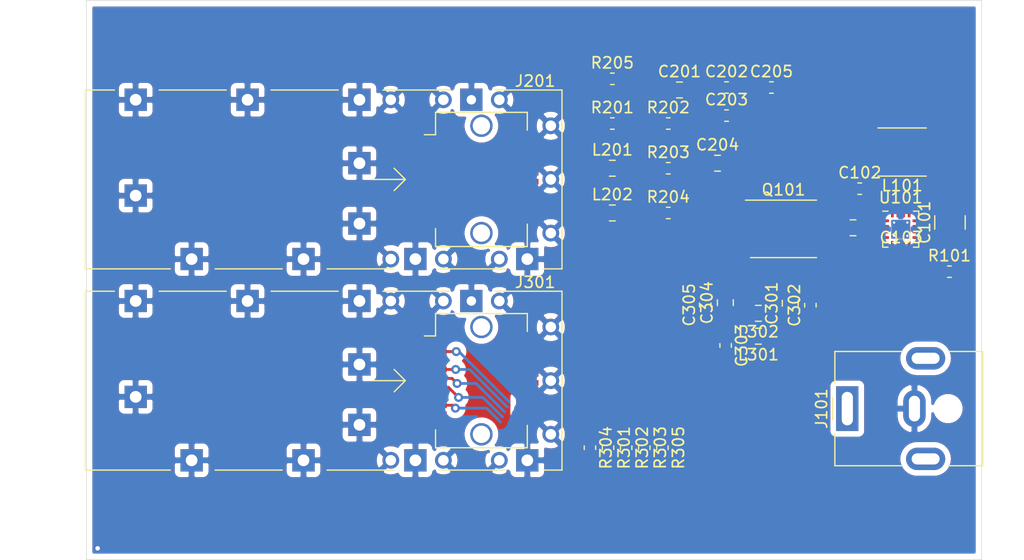
<source format=kicad_pcb>
(kicad_pcb (version 20171130) (host pcbnew 5.1.6)
  (layers (0 F.Cu signal) (31 B.Cu signal) (34 B.Paste user) (35 F.Paste user) (36 B.SilkS user) (37 F.SilkS user) (38 B.Mask user) (39 F.Mask user) (44 Edge.Cuts user))
  (net 0 "")
  (net 1 GND)
  (net 2 /sfp_module_1/RX-)
  (net 3 /sfp_module_1/RX+)
  (net 4 /sfp_module_2/VCC_T)
  (net 5 /sfp_module_2/VCC_R)
  (net 6 /sfp_module_2/RX+)
  (net 7 /sfp_module_2/RX-)
  (net 8 /sfp_module_2/RX_LOS)
  (net 9 /sfp_module_2/TX_FAULT)
  (net 10 /sfp_module_1/VCC_T)
  (net 11 /sfp_module_1/VCC_R)
  (net 12 /sfp_module_1/RX_LOS)
  (net 13 /sfp_module_1/TX_FAULT)
  (net 14 +3V3)
  (net 15 "Net-(C101-Pad1)")
  (net 16 "Net-(C102-Pad1)")
  (net 17 "Net-(J101-Pad1)")
  (net 18 "Net-(J201-Pad7)")
  (net 19 "Net-(J201-Pad6)")
  (net 20 "Net-(J201-Pad5)")
  (net 21 "Net-(J201-Pad4)")
  (net 22 "Net-(J201-Pad3)")
  (net 23 "Net-(J301-Pad7)")
  (net 24 "Net-(J301-Pad6)")
  (net 25 "Net-(J301-Pad5)")
  (net 26 "Net-(J301-Pad4)")
  (net 27 "Net-(J301-Pad3)")
  (net 28 "Net-(L101-Pad1)")
  (net 29 "Net-(R101-Pad2)")
  (module Capacitor_SMD:C_0603_1608Metric (layer F.Cu) (at 235.3 127.225 90)
    (fp_text reference C305 (at 0 -1.43 90) (layer F.SilkS))
    (fp_text value 100nF)
    (fp_line (start -0.162779 0.51) (end 0.162779 0.51) (layer F.SilkS) (width 0.12))
    (fp_line (start -0.162779 -0.51) (end 0.162779 -0.51) (layer F.SilkS) (width 0.12))
    (pad 2 smd roundrect (at 0.7875 0 90) (size 0.875 0.95) (layers F.Cu F.Paste F.Mask) (net 1 GND))
    (pad 1 smd roundrect (at -0.7875 0 90) (size 0.875 0.95) (layers F.Cu F.Paste F.Mask) (net 11 /sfp_module_1/VCC_R))
  )
  (module Capacitor_SMD:C_0805_2012Metric (layer F.Cu) (at 237.1 127.025 90)
    (fp_text reference C304 (at 0 -1.65 90) (layer F.SilkS))
    (fp_text value 10uF)
    (fp_line (start -0.258578 0.71) (end 0.258578 0.71) (layer F.SilkS) (width 0.12))
    (fp_line (start -0.258578 -0.71) (end 0.258578 -0.71) (layer F.SilkS) (width 0.12))
    (pad 2 smd roundrect (at 0.9375 0 90) (size 0.975 1.4) (layers F.Cu F.Paste F.Mask) (net 1 GND))
    (pad 1 smd roundrect (at -0.9375 0 90) (size 0.975 1.4) (layers F.Cu F.Paste F.Mask) (net 11 /sfp_module_1/VCC_R))
  )
  (module Capacitor_SMD:C_0603_1608Metric (layer F.Cu) (at 237.125 130.85 270)
    (fp_text reference C303 (at 0 -1.43 90) (layer F.SilkS))
    (fp_text value 100nF)
    (fp_line (start -0.162779 0.51) (end 0.162779 0.51) (layer F.SilkS) (width 0.12))
    (fp_line (start -0.162779 -0.51) (end 0.162779 -0.51) (layer F.SilkS) (width 0.12))
    (pad 2 smd roundrect (at 0.7875 0 270) (size 0.875 0.95) (layers F.Cu F.Paste F.Mask) (net 1 GND))
    (pad 1 smd roundrect (at -0.7875 0 270) (size 0.875 0.95) (layers F.Cu F.Paste F.Mask) (net 10 /sfp_module_1/VCC_T))
  )
  (module Capacitor_SMD:C_0603_1608Metric (layer F.Cu) (at 244.7 127.25 90)
    (fp_text reference C302 (at 0 -1.43 90) (layer F.SilkS))
    (fp_text value 100nF)
    (fp_line (start -0.162779 0.51) (end 0.162779 0.51) (layer F.SilkS) (width 0.12))
    (fp_line (start -0.162779 -0.51) (end 0.162779 -0.51) (layer F.SilkS) (width 0.12))
    (pad 2 smd roundrect (at 0.7875 0 90) (size 0.875 0.95) (layers F.Cu F.Paste F.Mask) (net 1 GND))
    (pad 1 smd roundrect (at -0.7875 0 90) (size 0.875 0.95) (layers F.Cu F.Paste F.Mask) (net 14 +3V3))
  )
  (module Capacitor_SMD:C_0805_2012Metric (layer F.Cu) (at 242.9 127.075 90)
    (fp_text reference C301 (at 0 -1.65 90) (layer F.SilkS))
    (fp_text value 10uF)
    (fp_line (start -0.258578 0.71) (end 0.258578 0.71) (layer F.SilkS) (width 0.12))
    (fp_line (start -0.258578 -0.71) (end 0.258578 -0.71) (layer F.SilkS) (width 0.12))
    (pad 2 smd roundrect (at 0.9375 0 90) (size 0.975 1.4) (layers F.Cu F.Paste F.Mask) (net 1 GND))
    (pad 1 smd roundrect (at -0.9375 0 90) (size 0.975 1.4) (layers F.Cu F.Paste F.Mask) (net 14 +3V3))
  )
  (module Capacitor_SMD:C_0603_1608Metric (layer F.Cu) (at 241.22 107.78)
    (fp_text reference C205 (at 0 -1.43) (layer F.SilkS))
    (fp_text value 100nF)
    (fp_line (start -0.162779 0.51) (end 0.162779 0.51) (layer F.SilkS) (width 0.12))
    (fp_line (start -0.162779 -0.51) (end 0.162779 -0.51) (layer F.SilkS) (width 0.12))
    (pad 2 smd roundrect (at 0.7875 0) (size 0.875 0.95) (layers F.Cu F.Paste F.Mask) (net 1 GND))
    (pad 1 smd roundrect (at -0.7875 0) (size 0.875 0.95) (layers F.Cu F.Paste F.Mask) (net 5 /sfp_module_2/VCC_R))
  )
  (module Capacitor_SMD:C_0805_2012Metric (layer F.Cu) (at 236.4 114.55)
    (fp_text reference C204 (at 0 -1.65) (layer F.SilkS))
    (fp_text value 10uF)
    (fp_line (start -0.258578 0.71) (end 0.258578 0.71) (layer F.SilkS) (width 0.12))
    (fp_line (start -0.258578 -0.71) (end 0.258578 -0.71) (layer F.SilkS) (width 0.12))
    (pad 2 smd roundrect (at 0.9375 0) (size 0.975 1.4) (layers F.Cu F.Paste F.Mask) (net 1 GND))
    (pad 1 smd roundrect (at -0.9375 0) (size 0.975 1.4) (layers F.Cu F.Paste F.Mask) (net 5 /sfp_module_2/VCC_R))
  )
  (module Capacitor_SMD:C_0603_1608Metric (layer F.Cu) (at 237.21 110.29)
    (fp_text reference C203 (at 0 -1.43) (layer F.SilkS))
    (fp_text value 100nF)
    (fp_line (start -0.162779 0.51) (end 0.162779 0.51) (layer F.SilkS) (width 0.12))
    (fp_line (start -0.162779 -0.51) (end 0.162779 -0.51) (layer F.SilkS) (width 0.12))
    (pad 2 smd roundrect (at 0.7875 0) (size 0.875 0.95) (layers F.Cu F.Paste F.Mask) (net 1 GND))
    (pad 1 smd roundrect (at -0.7875 0) (size 0.875 0.95) (layers F.Cu F.Paste F.Mask) (net 4 /sfp_module_2/VCC_T))
  )
  (module Capacitor_SMD:C_0603_1608Metric (layer F.Cu) (at 237.21 107.78)
    (fp_text reference C202 (at 0 -1.43) (layer F.SilkS))
    (fp_text value 100nF)
    (fp_line (start -0.162779 0.51) (end 0.162779 0.51) (layer F.SilkS) (width 0.12))
    (fp_line (start -0.162779 -0.51) (end 0.162779 -0.51) (layer F.SilkS) (width 0.12))
    (pad 2 smd roundrect (at 0.7875 0) (size 0.875 0.95) (layers F.Cu F.Paste F.Mask) (net 1 GND))
    (pad 1 smd roundrect (at -0.7875 0) (size 0.875 0.95) (layers F.Cu F.Paste F.Mask) (net 14 +3V3))
  )
  (module Capacitor_SMD:C_0805_2012Metric (layer F.Cu) (at 233 108)
    (fp_text reference C201 (at 0 -1.65) (layer F.SilkS))
    (fp_text value 10uF)
    (fp_line (start -0.258578 0.71) (end 0.258578 0.71) (layer F.SilkS) (width 0.12))
    (fp_line (start -0.258578 -0.71) (end 0.258578 -0.71) (layer F.SilkS) (width 0.12))
    (pad 2 smd roundrect (at 0.9375 0) (size 0.975 1.4) (layers F.Cu F.Paste F.Mask) (net 1 GND))
    (pad 1 smd roundrect (at -0.9375 0) (size 0.975 1.4) (layers F.Cu F.Paste F.Mask) (net 14 +3V3))
  )
  (module Connector_BarrelJack:BarrelJack_CUI_PJ-063AH_Horizontal (layer F.Cu) (at 248 136.5 90)
    (fp_text reference J101 (at 0 -2.3 90) (layer F.SilkS))
    (fp_text value Barrel_Jack)
    (fp_line (start -1 -1.3) (end 1 -1.3) (layer F.SilkS) (width 0.12))
    (fp_line (start -5.11 12.11) (end -5.11 9.05) (layer F.SilkS) (width 0.12))
    (fp_line (start 5.11 12.11) (end -5.11 12.11) (layer F.SilkS) (width 0.12))
    (fp_line (start 5.11 9.05) (end 5.11 12.11) (layer F.SilkS) (width 0.12))
    (fp_line (start 5.11 -1.11) (end 5.11 4.95) (layer F.SilkS) (width 0.12))
    (fp_line (start 2.3 -1.11) (end 5.11 -1.11) (layer F.SilkS) (width 0.12))
    (fp_line (start -5.11 -1.11) (end -2.3 -1.11) (layer F.SilkS) (width 0.12))
    (fp_line (start -5.11 4.95) (end -5.11 -1.11) (layer F.SilkS) (width 0.12))
    (pad "" np_thru_hole circle (at 0 9 90) (size 1.6 1.6) (drill 1.6) (layers *.Cu *.Mask))
    (pad MP thru_hole oval (at 4.5 7 90) (size 2 3.5) (drill oval 1 2.5) (layers *.Cu *.Mask))
    (pad MP thru_hole oval (at -4.5 7 90) (size 2 3.5) (drill oval 1 2.5) (layers *.Cu *.Mask))
    (pad 2 thru_hole oval (at 0 6 90) (size 3.3 2) (drill oval 2.3 1) (layers *.Cu *.Mask) (net 1 GND))
    (pad 1 thru_hole rect (at 0 0 90) (size 4 2) (drill oval 3 1) (layers *.Cu *.Mask) (net 17 "Net-(J101-Pad1)"))
  )
  (module Capacitor_SMD:C_0805_2012Metric (layer F.Cu) (at 248.5125 120.325)
    (fp_text reference C103 (at 4.3 0.87) (layer F.SilkS))
    (fp_text value 22uF)
    (fp_line (start -0.258578 0.71) (end 0.258578 0.71) (layer F.SilkS) (width 0.12))
    (fp_line (start -0.258578 -0.71) (end 0.258578 -0.71) (layer F.SilkS) (width 0.12))
    (pad 2 smd roundrect (at 0.9375 0) (size 0.975 1.4) (layers F.Cu F.Paste F.Mask) (net 1 GND))
    (pad 1 smd roundrect (at -0.9375 0) (size 0.975 1.4) (layers F.Cu F.Paste F.Mask) (net 14 +3V3))
  )
  (module Capacitor_SMD:C_0603_1608Metric (layer F.Cu) (at 249.11 116.825)
    (fp_text reference C102 (at 0 -1.43) (layer F.SilkS))
    (fp_text value 3.3nF)
    (fp_line (start -0.162779 0.51) (end 0.162779 0.51) (layer F.SilkS) (width 0.12))
    (fp_line (start -0.162779 -0.51) (end 0.162779 -0.51) (layer F.SilkS) (width 0.12))
    (pad 2 smd roundrect (at 0.7875 0) (size 0.875 0.95) (layers F.Cu F.Paste F.Mask) (net 1 GND))
    (pad 1 smd roundrect (at -0.7875 0) (size 0.875 0.95) (layers F.Cu F.Paste F.Mask) (net 16 "Net-(C102-Pad1)"))
  )
  (module Capacitor_SMD:C_1210_3225Metric (layer F.Cu) (at 257.175 119.85 90)
    (fp_text reference C101 (at 0 -2.28 90) (layer F.SilkS))
    (fp_text value 10uF)
    (fp_line (start -0.602064 1.36) (end 0.602064 1.36) (layer F.SilkS) (width 0.12))
    (fp_line (start -0.602064 -1.36) (end 0.602064 -1.36) (layer F.SilkS) (width 0.12))
    (pad 2 smd roundrect (at 1.4 0 90) (size 1.25 2.65) (layers F.Cu F.Paste F.Mask) (roundrect_rratio 0.2) (net 1 GND))
    (pad 1 smd roundrect (at -1.4 0 90) (size 1.25 2.65) (layers F.Cu F.Paste F.Mask) (roundrect_rratio 0.2) (net 15 "Net-(C101-Pad1)"))
  )
  (module Resistor_SMD:R_0603_1608Metric (layer F.Cu) (at 257.125 124.25)
    (fp_text reference R101 (at 0 -1.43) (layer F.SilkS))
    (fp_text value 100k)
    (fp_line (start -0.162779 0.51) (end 0.162779 0.51) (layer F.SilkS) (width 0.12))
    (fp_line (start -0.162779 -0.51) (end 0.162779 -0.51) (layer F.SilkS) (width 0.12))
    (pad 2 smd roundrect (at 0.7875 0) (size 0.875 0.95) (layers F.Cu F.Paste F.Mask) (net 29 "Net-(R101-Pad2)"))
    (pad 1 smd roundrect (at -0.7875 0) (size 0.875 0.95) (layers F.Cu F.Paste F.Mask) (net 14 +3V3))
  )
  (module Package_SO:PowerPAK_SO-8_Single (layer F.Cu) (at 242.3 120.425)
    (fp_text reference Q101 (at 0 -3.5) (layer F.SilkS))
    (fp_text value Q_PMOS_DGS)
    (fp_line (start -2.945 2.57) (end 2.945 2.57) (layer F.SilkS) (width 0.12))
    (fp_line (start -3.4 -2.57) (end 2.945 -2.57) (layer F.SilkS) (width 0.12))
    (pad 5 smd rect (at 0.69 0) (size 3.81 3.91) (layers F.Cu F.Paste F.Mask))
    (pad 5 smd rect (at 2.795 -1.905) (size 1.02 0.61) (layers F.Cu F.Paste F.Mask))
    (pad 5 smd rect (at 2.795 -0.635) (size 1.02 0.61) (layers F.Cu F.Paste F.Mask))
    (pad 5 smd rect (at 2.795 0.635) (size 1.02 0.61) (layers F.Cu F.Paste F.Mask))
    (pad 5 smd rect (at 2.795 1.905) (size 1.02 0.61) (layers F.Cu F.Paste F.Mask))
    (pad 4 smd rect (at -2.67 1.905) (size 1.27 0.61) (layers F.Cu F.Paste F.Mask))
    (pad 3 smd rect (at -2.67 0.635) (size 1.27 0.61) (layers F.Cu F.Paste F.Mask) (net 15 "Net-(C101-Pad1)"))
    (pad 2 smd rect (at -2.67 -0.635) (size 1.27 0.61) (layers F.Cu F.Paste F.Mask) (net 1 GND))
    (pad 1 smd rect (at -2.67 -1.905) (size 1.27 0.61) (layers F.Cu F.Paste F.Mask) (net 17 "Net-(J101-Pad1)"))
  )
  (module Inductor_SMD:L_0805_2012Metric (layer F.Cu) (at 240.05 127.975 180)
    (fp_text reference L302 (at 0 -1.65) (layer F.SilkS))
    (fp_text value 1uH)
    (fp_line (start -0.258578 0.71) (end 0.258578 0.71) (layer F.SilkS) (width 0.12))
    (fp_line (start -0.258578 -0.71) (end 0.258578 -0.71) (layer F.SilkS) (width 0.12))
    (pad 2 smd roundrect (at 0.9375 0 180) (size 0.975 1.4) (layers F.Cu F.Paste F.Mask) (net 11 /sfp_module_1/VCC_R))
    (pad 1 smd roundrect (at -0.9375 0 180) (size 0.975 1.4) (layers F.Cu F.Paste F.Mask) (net 14 +3V3))
  )
  (module Inductor_SMD:L_0805_2012Metric (layer F.Cu) (at 240.05 130.025 180)
    (fp_text reference L301 (at 0 -1.65) (layer F.SilkS))
    (fp_text value 1uH)
    (fp_line (start -0.258578 0.71) (end 0.258578 0.71) (layer F.SilkS) (width 0.12))
    (fp_line (start -0.258578 -0.71) (end 0.258578 -0.71) (layer F.SilkS) (width 0.12))
    (pad 2 smd roundrect (at 0.9375 0 180) (size 0.975 1.4) (layers F.Cu F.Paste F.Mask) (net 10 /sfp_module_1/VCC_T))
    (pad 1 smd roundrect (at -0.9375 0 180) (size 0.975 1.4) (layers F.Cu F.Paste F.Mask) (net 14 +3V3))
  )
  (module Inductor_SMD:L_0805_2012Metric (layer F.Cu) (at 227 119)
    (fp_text reference L202 (at 0 -1.65) (layer F.SilkS))
    (fp_text value 1uH)
    (fp_line (start -0.258578 0.71) (end 0.258578 0.71) (layer F.SilkS) (width 0.12))
    (fp_line (start -0.258578 -0.71) (end 0.258578 -0.71) (layer F.SilkS) (width 0.12))
    (pad 2 smd roundrect (at 0.9375 0) (size 0.975 1.4) (layers F.Cu F.Paste F.Mask) (net 5 /sfp_module_2/VCC_R))
    (pad 1 smd roundrect (at -0.9375 0) (size 0.975 1.4) (layers F.Cu F.Paste F.Mask) (net 14 +3V3))
  )
  (module Inductor_SMD:L_0805_2012Metric (layer F.Cu) (at 227 115)
    (fp_text reference L201 (at 0 -1.65) (layer F.SilkS))
    (fp_text value 1uH)
    (fp_line (start -0.258578 0.71) (end 0.258578 0.71) (layer F.SilkS) (width 0.12))
    (fp_line (start -0.258578 -0.71) (end 0.258578 -0.71) (layer F.SilkS) (width 0.12))
    (pad 2 smd roundrect (at 0.9375 0) (size 0.975 1.4) (layers F.Cu F.Paste F.Mask) (net 4 /sfp_module_2/VCC_T))
    (pad 1 smd roundrect (at -0.9375 0) (size 0.975 1.4) (layers F.Cu F.Paste F.Mask) (net 14 +3V3))
  )
  (module Connector:Connector_SFP_and_Cage (layer F.Cu) (at 221.5 134)
    (fp_text reference J301 (at -1.4 -8.8) (layer F.SilkS))
    (fp_text value SFP)
    (fp_line (start -10.3 4.4) (end -10.3 6) (layer F.SilkS) (width 0.12))
    (fp_line (start -2.1 4) (end -2.1 6) (layer F.SilkS) (width 0.12))
    (fp_line (start -2.1 -4.4) (end -2.1 -6) (layer F.SilkS) (width 0.12))
    (fp_line (start -10.3 -4) (end -11.3 -4) (layer F.SilkS) (width 0.12))
    (fp_line (start -10.3 -6) (end -10.3 -4) (layer F.SilkS) (width 0.12))
    (fp_line (start -2.1 -6) (end -10.3 -6) (layer F.SilkS) (width 0.12))
    (fp_line (start -2.1 6) (end -10.3 6) (layer F.SilkS) (width 0.12))
    (fp_line (start -9 -8) (end -15 -8) (layer F.SilkS) (width 0.12))
    (fp_line (start -13 0) (end -14 -1) (layer F.SilkS) (width 0.12))
    (fp_line (start -13 0) (end -14 1) (layer F.SilkS) (width 0.12))
    (fp_line (start -13 0) (end -16 0) (layer F.SilkS) (width 0.12))
    (fp_line (start -34 8) (end -41.6 8) (layer F.SilkS) (width 0.12))
    (fp_line (start -30 8) (end -24 8) (layer F.SilkS) (width 0.12))
    (fp_line (start -20 8) (end -14 8) (layer F.SilkS) (width 0.12))
    (fp_line (start -10 8) (end -4 8) (layer F.SilkS) (width 0.12))
    (fp_line (start 1 -8) (end -5 -8) (layer F.SilkS) (width 0.12))
    (fp_line (start 1 8) (end 1 -8) (layer F.SilkS) (width 0.12))
    (fp_line (start -0.7 8) (end 1 8) (layer F.SilkS) (width 0.12))
    (fp_line (start -19 -8) (end -25 -8) (layer F.SilkS) (width 0.12))
    (fp_line (start -29 -8) (end -35 -8) (layer F.SilkS) (width 0.12))
    (fp_line (start -39 -8) (end -41.6 -8) (layer F.SilkS) (width 0.12))
    (fp_line (start -41.6 8) (end -41.6 -8) (layer F.SilkS) (width 0.12))
    (pad CAGE thru_hole circle (at -9.6 7.125) (size 1.5 1.5) (drill 0.95) (layers *.Cu *.Mask) (net 1 GND))
    (pad CAGE thru_hole circle (at -14.3 7.125) (size 1.5 1.5) (drill 0.95) (layers *.Cu *.Mask) (net 1 GND))
    (pad CAGE thru_hole circle (at -14.3 -7.125) (size 1.5 1.5) (drill 0.95) (layers *.Cu *.Mask) (net 1 GND))
    (pad CAGE thru_hole circle (at -9.6 -7.125) (size 1.5 1.5) (drill 0.95) (layers *.Cu *.Mask) (net 1 GND))
    (pad CAGE thru_hole circle (at -4.6 -7.125) (size 1.5 1.5) (drill 0.95) (layers *.Cu *.Mask) (net 1 GND))
    (pad CAGE thru_hole circle (at -4.6 7.125) (size 1.5 1.5) (drill 0.95) (layers *.Cu *.Mask) (net 1 GND))
    (pad CAGE thru_hole rect (at -17.1 -1.45) (size 2 2) (drill 1.05) (layers *.Cu *.Mask) (net 1 GND))
    (pad CAGE thru_hole rect (at -17.1 3.95) (size 2 2) (drill 1.05) (layers *.Cu *.Mask) (net 1 GND))
    (pad CAGE thru_hole rect (at -37.1 1.45) (size 2 2) (drill 1.05) (layers *.Cu *.Mask) (net 1 GND))
    (pad CAGE thru_hole rect (at -32.1 7.125) (size 2 2) (drill 1.05) (layers *.Cu *.Mask) (net 1 GND))
    (pad CAGE thru_hole rect (at -22.1 7.125) (size 2 2) (drill 1.05) (layers *.Cu *.Mask) (net 1 GND))
    (pad CAGE thru_hole rect (at -12.1 7.125) (size 2 2) (drill 1.05) (layers *.Cu *.Mask) (net 1 GND))
    (pad CAGE thru_hole rect (at -2.1 7.125) (size 2 2) (drill 1.05) (layers *.Cu *.Mask) (net 1 GND))
    (pad CAGE thru_hole circle (at 0 4.8) (size 1.5 1.5) (drill 0.95) (layers *.Cu *.Mask) (net 1 GND))
    (pad CAGE thru_hole circle (at 0 -4.8) (size 1.5 1.5) (drill 0.95) (layers *.Cu *.Mask) (net 1 GND))
    (pad CAGE thru_hole circle (at 0 0) (size 1.5 1.5) (drill 0.95) (layers *.Cu *.Mask) (net 1 GND))
    (pad CAGE thru_hole rect (at -37.1 -7.125) (size 2 2) (drill 1.05) (layers *.Cu *.Mask) (net 1 GND))
    (pad CAGE thru_hole rect (at -27.1 -7.125) (size 2 2) (drill 1.05) (layers *.Cu *.Mask) (net 1 GND))
    (pad CAGE thru_hole rect (at -17.1 -7.125) (size 2 2) (drill 1.05) (layers *.Cu *.Mask) (net 1 GND))
    (pad CAGE thru_hole rect (at -7.1 -7.125) (size 2 2) (drill 0.85) (layers *.Cu *.Mask) (net 1 GND))
    (pad "" np_thru_hole circle (at -6.2 -4.8) (size 2 2) (drill 1.55) (layers *.Cu *.Mask))
    (pad "" np_thru_hole circle (at -6.2 4.8) (size 2 2) (drill 1.55) (layers *.Cu *.Mask))
    (pad 20 smd rect (at -2.1 -3.8) (size 2 0.5) (layers F.Cu F.Paste F.Mask) (net 1 GND))
    (pad 19 smd rect (at -2.1 -3) (size 2 0.5) (layers F.Cu F.Paste F.Mask) (net 7 /sfp_module_2/RX-))
    (pad 18 smd rect (at -2.1 -2.2) (size 2 0.5) (layers F.Cu F.Paste F.Mask) (net 6 /sfp_module_2/RX+))
    (pad 17 smd rect (at -2.1 -1.4) (size 2 0.5) (layers F.Cu F.Paste F.Mask) (net 1 GND))
    (pad 16 smd rect (at -2.1 -0.6) (size 2 0.5) (layers F.Cu F.Paste F.Mask) (net 10 /sfp_module_1/VCC_T))
    (pad 15 smd rect (at -2.1 0.2) (size 2 0.5) (layers F.Cu F.Paste F.Mask) (net 11 /sfp_module_1/VCC_R))
    (pad 14 smd rect (at -2.1 1) (size 2 0.5) (layers F.Cu F.Paste F.Mask) (net 1 GND))
    (pad 13 smd rect (at -2.1 1.8) (size 2 0.5) (layers F.Cu F.Paste F.Mask) (net 3 /sfp_module_1/RX+))
    (pad 12 smd rect (at -2.1 2.6) (size 2 0.5) (layers F.Cu F.Paste F.Mask) (net 2 /sfp_module_1/RX-))
    (pad 11 smd rect (at -2.1 3.4) (size 2 0.5) (layers F.Cu F.Paste F.Mask) (net 1 GND))
    (pad 10 smd rect (at -10.3 3.8) (size 2 0.5) (layers F.Cu F.Paste F.Mask) (net 1 GND))
    (pad 9 smd rect (at -10.3 3) (size 2 0.5) (layers F.Cu F.Paste F.Mask) (net 1 GND))
    (pad 8 smd rect (at -10.3 2.2) (size 2 0.5) (layers F.Cu F.Paste F.Mask) (net 12 /sfp_module_1/RX_LOS))
    (pad 7 smd rect (at -10.3 1.4) (size 2 0.5) (layers F.Cu F.Paste F.Mask) (net 23 "Net-(J301-Pad7)"))
    (pad 6 smd rect (at -10.3 0.6) (size 2 0.5) (layers F.Cu F.Paste F.Mask) (net 24 "Net-(J301-Pad6)"))
    (pad 5 smd rect (at -10.3 -0.2) (size 2 0.5) (layers F.Cu F.Paste F.Mask) (net 25 "Net-(J301-Pad5)"))
    (pad 4 smd rect (at -10.3 -1) (size 2 0.5) (layers F.Cu F.Paste F.Mask) (net 26 "Net-(J301-Pad4)"))
    (pad 3 smd rect (at -10.3 -1.8) (size 2 0.5) (layers F.Cu F.Paste F.Mask) (net 27 "Net-(J301-Pad3)"))
    (pad 2 smd rect (at -10.3 -2.6) (size 2 0.5) (layers F.Cu F.Paste F.Mask) (net 13 /sfp_module_1/TX_FAULT))
    (pad 1 smd rect (at -10.3 -3.4) (size 2 0.5) (layers F.Cu F.Paste F.Mask) (net 1 GND))
  )
  (module Connector:Connector_SFP_and_Cage (layer F.Cu) (at 221.5 116)
    (fp_text reference J201 (at -1.4 -8.8) (layer F.SilkS))
    (fp_text value SFP)
    (fp_line (start -10.3 4.4) (end -10.3 6) (layer F.SilkS) (width 0.12))
    (fp_line (start -2.1 4) (end -2.1 6) (layer F.SilkS) (width 0.12))
    (fp_line (start -2.1 -4.4) (end -2.1 -6) (layer F.SilkS) (width 0.12))
    (fp_line (start -10.3 -4) (end -11.3 -4) (layer F.SilkS) (width 0.12))
    (fp_line (start -10.3 -6) (end -10.3 -4) (layer F.SilkS) (width 0.12))
    (fp_line (start -2.1 -6) (end -10.3 -6) (layer F.SilkS) (width 0.12))
    (fp_line (start -2.1 6) (end -10.3 6) (layer F.SilkS) (width 0.12))
    (fp_line (start -9 -8) (end -15 -8) (layer F.SilkS) (width 0.12))
    (fp_line (start -13 0) (end -14 -1) (layer F.SilkS) (width 0.12))
    (fp_line (start -13 0) (end -14 1) (layer F.SilkS) (width 0.12))
    (fp_line (start -13 0) (end -16 0) (layer F.SilkS) (width 0.12))
    (fp_line (start -34 8) (end -41.6 8) (layer F.SilkS) (width 0.12))
    (fp_line (start -30 8) (end -24 8) (layer F.SilkS) (width 0.12))
    (fp_line (start -20 8) (end -14 8) (layer F.SilkS) (width 0.12))
    (fp_line (start -10 8) (end -4 8) (layer F.SilkS) (width 0.12))
    (fp_line (start 1 -8) (end -5 -8) (layer F.SilkS) (width 0.12))
    (fp_line (start 1 8) (end 1 -8) (layer F.SilkS) (width 0.12))
    (fp_line (start -0.7 8) (end 1 8) (layer F.SilkS) (width 0.12))
    (fp_line (start -19 -8) (end -25 -8) (layer F.SilkS) (width 0.12))
    (fp_line (start -29 -8) (end -35 -8) (layer F.SilkS) (width 0.12))
    (fp_line (start -39 -8) (end -41.6 -8) (layer F.SilkS) (width 0.12))
    (fp_line (start -41.6 8) (end -41.6 -8) (layer F.SilkS) (width 0.12))
    (pad CAGE thru_hole circle (at -9.6 7.125) (size 1.5 1.5) (drill 0.95) (layers *.Cu *.Mask) (net 1 GND))
    (pad CAGE thru_hole circle (at -14.3 7.125) (size 1.5 1.5) (drill 0.95) (layers *.Cu *.Mask) (net 1 GND))
    (pad CAGE thru_hole circle (at -14.3 -7.125) (size 1.5 1.5) (drill 0.95) (layers *.Cu *.Mask) (net 1 GND))
    (pad CAGE thru_hole circle (at -9.6 -7.125) (size 1.5 1.5) (drill 0.95) (layers *.Cu *.Mask) (net 1 GND))
    (pad CAGE thru_hole circle (at -4.6 -7.125) (size 1.5 1.5) (drill 0.95) (layers *.Cu *.Mask) (net 1 GND))
    (pad CAGE thru_hole circle (at -4.6 7.125) (size 1.5 1.5) (drill 0.95) (layers *.Cu *.Mask) (net 1 GND))
    (pad CAGE thru_hole rect (at -17.1 -1.45) (size 2 2) (drill 1.05) (layers *.Cu *.Mask) (net 1 GND))
    (pad CAGE thru_hole rect (at -17.1 3.95) (size 2 2) (drill 1.05) (layers *.Cu *.Mask) (net 1 GND))
    (pad CAGE thru_hole rect (at -37.1 1.45) (size 2 2) (drill 1.05) (layers *.Cu *.Mask) (net 1 GND))
    (pad CAGE thru_hole rect (at -32.1 7.125) (size 2 2) (drill 1.05) (layers *.Cu *.Mask) (net 1 GND))
    (pad CAGE thru_hole rect (at -22.1 7.125) (size 2 2) (drill 1.05) (layers *.Cu *.Mask) (net 1 GND))
    (pad CAGE thru_hole rect (at -12.1 7.125) (size 2 2) (drill 1.05) (layers *.Cu *.Mask) (net 1 GND))
    (pad CAGE thru_hole rect (at -2.1 7.125) (size 2 2) (drill 1.05) (layers *.Cu *.Mask) (net 1 GND))
    (pad CAGE thru_hole circle (at 0 4.8) (size 1.5 1.5) (drill 0.95) (layers *.Cu *.Mask) (net 1 GND))
    (pad CAGE thru_hole circle (at 0 -4.8) (size 1.5 1.5) (drill 0.95) (layers *.Cu *.Mask) (net 1 GND))
    (pad CAGE thru_hole circle (at 0 0) (size 1.5 1.5) (drill 0.95) (layers *.Cu *.Mask) (net 1 GND))
    (pad CAGE thru_hole rect (at -37.1 -7.125) (size 2 2) (drill 1.05) (layers *.Cu *.Mask) (net 1 GND))
    (pad CAGE thru_hole rect (at -27.1 -7.125) (size 2 2) (drill 1.05) (layers *.Cu *.Mask) (net 1 GND))
    (pad CAGE thru_hole rect (at -17.1 -7.125) (size 2 2) (drill 1.05) (layers *.Cu *.Mask) (net 1 GND))
    (pad CAGE thru_hole rect (at -7.1 -7.125) (size 2 2) (drill 0.85) (layers *.Cu *.Mask) (net 1 GND))
    (pad "" np_thru_hole circle (at -6.2 -4.8) (size 2 2) (drill 1.55) (layers *.Cu *.Mask))
    (pad "" np_thru_hole circle (at -6.2 4.8) (size 2 2) (drill 1.55) (layers *.Cu *.Mask))
    (pad 20 smd rect (at -2.1 -3.8) (size 2 0.5) (layers F.Cu F.Paste F.Mask) (net 1 GND))
    (pad 19 smd rect (at -2.1 -3) (size 2 0.5) (layers F.Cu F.Paste F.Mask) (net 2 /sfp_module_1/RX-))
    (pad 18 smd rect (at -2.1 -2.2) (size 2 0.5) (layers F.Cu F.Paste F.Mask) (net 3 /sfp_module_1/RX+))
    (pad 17 smd rect (at -2.1 -1.4) (size 2 0.5) (layers F.Cu F.Paste F.Mask) (net 1 GND))
    (pad 16 smd rect (at -2.1 -0.6) (size 2 0.5) (layers F.Cu F.Paste F.Mask) (net 4 /sfp_module_2/VCC_T))
    (pad 15 smd rect (at -2.1 0.2) (size 2 0.5) (layers F.Cu F.Paste F.Mask) (net 5 /sfp_module_2/VCC_R))
    (pad 14 smd rect (at -2.1 1) (size 2 0.5) (layers F.Cu F.Paste F.Mask) (net 1 GND))
    (pad 13 smd rect (at -2.1 1.8) (size 2 0.5) (layers F.Cu F.Paste F.Mask) (net 6 /sfp_module_2/RX+))
    (pad 12 smd rect (at -2.1 2.6) (size 2 0.5) (layers F.Cu F.Paste F.Mask) (net 7 /sfp_module_2/RX-))
    (pad 11 smd rect (at -2.1 3.4) (size 2 0.5) (layers F.Cu F.Paste F.Mask) (net 1 GND))
    (pad 10 smd rect (at -10.3 3.8) (size 2 0.5) (layers F.Cu F.Paste F.Mask) (net 1 GND))
    (pad 9 smd rect (at -10.3 3) (size 2 0.5) (layers F.Cu F.Paste F.Mask) (net 1 GND))
    (pad 8 smd rect (at -10.3 2.2) (size 2 0.5) (layers F.Cu F.Paste F.Mask) (net 8 /sfp_module_2/RX_LOS))
    (pad 7 smd rect (at -10.3 1.4) (size 2 0.5) (layers F.Cu F.Paste F.Mask) (net 18 "Net-(J201-Pad7)"))
    (pad 6 smd rect (at -10.3 0.6) (size 2 0.5) (layers F.Cu F.Paste F.Mask) (net 19 "Net-(J201-Pad6)"))
    (pad 5 smd rect (at -10.3 -0.2) (size 2 0.5) (layers F.Cu F.Paste F.Mask) (net 20 "Net-(J201-Pad5)"))
    (pad 4 smd rect (at -10.3 -1) (size 2 0.5) (layers F.Cu F.Paste F.Mask) (net 21 "Net-(J201-Pad4)"))
    (pad 3 smd rect (at -10.3 -1.8) (size 2 0.5) (layers F.Cu F.Paste F.Mask) (net 22 "Net-(J201-Pad3)"))
    (pad 2 smd rect (at -10.3 -2.6) (size 2 0.5) (layers F.Cu F.Paste F.Mask) (net 9 /sfp_module_2/TX_FAULT))
    (pad 1 smd rect (at -10.3 -3.4) (size 2 0.5) (layers F.Cu F.Paste F.Mask) (net 1 GND))
  )
  (module Inductor_SMD:L_Coilcraft_XxL4020 (layer F.Cu) (at 252.9 113.55 180)
    (fp_text reference L101 (at 0 -3) (layer F.SilkS))
    (fp_text value L)
    (fp_line (start -2.154 -2.154) (end 2.154 -2.154) (layer F.SilkS) (width 0.12))
    (fp_line (start 2.154 2.154) (end -2.154 2.154) (layer F.SilkS) (width 0.12))
    (pad 2 smd rect (at 1.185 0 180) (size 0.98 3.4) (layers F.Cu F.Paste F.Mask) (net 14 +3V3))
    (pad 1 smd rect (at -1.185 0 180) (size 0.98 3.4) (layers F.Cu F.Paste F.Mask) (net 28 "Net-(L101-Pad1)"))
  )
  (module Package_DFN_QFN:VQFN-16-1EP_3x3mm_P0.5mm_EP1.68x1.68mm_ThermalVias (layer F.Cu) (at 252.775 120.45)
    (fp_text reference U101 (at 0 -2.82) (layer F.SilkS))
    (fp_text value TPS62142)
    (fp_line (start -1.135 -1.61) (end -1.61 -1.61) (layer F.SilkS) (width 0.12))
    (fp_line (start 1.61 1.61) (end 1.61 1.135) (layer F.SilkS) (width 0.12))
    (fp_line (start 1.135 1.61) (end 1.61 1.61) (layer F.SilkS) (width 0.12))
    (fp_line (start -1.61 1.61) (end -1.61 1.135) (layer F.SilkS) (width 0.12))
    (fp_line (start -1.135 1.61) (end -1.61 1.61) (layer F.SilkS) (width 0.12))
    (fp_line (start 1.61 -1.61) (end 1.61 -1.135) (layer F.SilkS) (width 0.12))
    (fp_line (start 1.135 -1.61) (end 1.61 -1.61) (layer F.SilkS) (width 0.12))
    (pad 17 smd rect (at 0 0) (size 1.68 1.68) (layers B.Cu) (net 1 GND))
    (pad 17 thru_hole circle (at 0.59 0.59) (size 0.5 0.5) (drill 0.2) (layers *.Cu) (net 1 GND))
    (pad 17 thru_hole circle (at -0.59 0.59) (size 0.5 0.5) (drill 0.2) (layers *.Cu) (net 1 GND))
    (pad 17 thru_hole circle (at 0.59 -0.59) (size 0.5 0.5) (drill 0.2) (layers *.Cu) (net 1 GND))
    (pad 17 thru_hole circle (at -0.59 -0.59) (size 0.5 0.5) (drill 0.2) (layers *.Cu) (net 1 GND))
    (pad 17 smd rect (at 0 0) (size 1.68 1.68) (layers F.Cu F.Mask) (net 1 GND))
    (pad 16 smd roundrect (at -0.75 -1.4625) (size 0.25 0.825) (layers F.Cu F.Paste F.Mask) (net 1 GND))
    (pad 15 smd roundrect (at -0.25 -1.4625) (size 0.25 0.825) (layers F.Cu F.Paste F.Mask) (net 1 GND))
    (pad 14 smd roundrect (at 0.25 -1.4625) (size 0.25 0.825) (layers F.Cu F.Paste F.Mask) (net 14 +3V3))
    (pad 13 smd roundrect (at 0.75 -1.4625) (size 0.25 0.825) (layers F.Cu F.Paste F.Mask) (net 15 "Net-(C101-Pad1)"))
    (pad 12 smd roundrect (at 1.4625 -0.75) (size 0.825 0.25) (layers F.Cu F.Paste F.Mask) (net 15 "Net-(C101-Pad1)"))
    (pad 11 smd roundrect (at 1.4625 -0.25) (size 0.825 0.25) (layers F.Cu F.Paste F.Mask) (net 15 "Net-(C101-Pad1)"))
    (pad 10 smd roundrect (at 1.4625 0.25) (size 0.825 0.25) (layers F.Cu F.Paste F.Mask) (net 15 "Net-(C101-Pad1)"))
    (pad 9 smd roundrect (at 1.4625 0.75) (size 0.825 0.25) (layers F.Cu F.Paste F.Mask) (net 16 "Net-(C102-Pad1)"))
    (pad 8 smd roundrect (at 0.75 1.4625) (size 0.25 0.825) (layers F.Cu F.Paste F.Mask) (net 1 GND))
    (pad 7 smd roundrect (at 0.25 1.4625) (size 0.25 0.825) (layers F.Cu F.Paste F.Mask) (net 1 GND))
    (pad 6 smd roundrect (at -0.25 1.4625) (size 0.25 0.825) (layers F.Cu F.Paste F.Mask) (net 1 GND))
    (pad 5 smd roundrect (at -0.75 1.4625) (size 0.25 0.825) (layers F.Cu F.Paste F.Mask) (net 1 GND))
    (pad 4 smd roundrect (at -1.4625 0.75) (size 0.825 0.25) (layers F.Cu F.Paste F.Mask) (net 29 "Net-(R101-Pad2)"))
    (pad 3 smd roundrect (at -1.4625 0.25) (size 0.825 0.25) (layers F.Cu F.Paste F.Mask) (net 28 "Net-(L101-Pad1)"))
    (pad 2 smd roundrect (at -1.4625 -0.25) (size 0.825 0.25) (layers F.Cu F.Paste F.Mask) (net 28 "Net-(L101-Pad1)"))
    (pad 1 smd roundrect (at -1.4625 -0.75) (size 0.825 0.25) (layers F.Cu F.Paste F.Mask) (net 28 "Net-(L101-Pad1)"))
  )
  (module Resistor_SMD:R_0603_1608Metric (layer F.Cu) (at 231.475 140 270)
    (fp_text reference R305 (at 0 -1.43 90) (layer F.SilkS))
    (fp_text value 10k)
    (fp_line (start -0.162779 0.51) (end 0.162779 0.51) (layer F.SilkS) (width 0.12))
    (fp_line (start -0.162779 -0.51) (end 0.162779 -0.51) (layer F.SilkS) (width 0.12))
    (pad 2 smd roundrect (at 0.7875 0 270) (size 0.875 0.95) (layers F.Cu F.Paste F.Mask) (net 10 /sfp_module_1/VCC_T))
    (pad 1 smd roundrect (at -0.7875 0 270) (size 0.875 0.95) (layers F.Cu F.Paste F.Mask) (net 13 /sfp_module_1/TX_FAULT))
  )
  (module Resistor_SMD:R_0603_1608Metric (layer F.Cu) (at 225 140 270)
    (fp_text reference R304 (at 0 -1.43 90) (layer F.SilkS))
    (fp_text value 10k)
    (fp_line (start -0.162779 0.51) (end 0.162779 0.51) (layer F.SilkS) (width 0.12))
    (fp_line (start -0.162779 -0.51) (end 0.162779 -0.51) (layer F.SilkS) (width 0.12))
    (pad 2 smd roundrect (at 0.7875 0 270) (size 0.875 0.95) (layers F.Cu F.Paste F.Mask) (net 10 /sfp_module_1/VCC_T))
    (pad 1 smd roundrect (at -0.7875 0 270) (size 0.875 0.95) (layers F.Cu F.Paste F.Mask) (net 12 /sfp_module_1/RX_LOS))
  )
  (module Resistor_SMD:R_0603_1608Metric (layer F.Cu) (at 229.85625 140 270)
    (fp_text reference R303 (at 0 -1.43 90) (layer F.SilkS))
    (fp_text value 10k)
    (fp_line (start -0.162779 0.51) (end 0.162779 0.51) (layer F.SilkS) (width 0.12))
    (fp_line (start -0.162779 -0.51) (end 0.162779 -0.51) (layer F.SilkS) (width 0.12))
    (pad 2 smd roundrect (at 0.7875 0 270) (size 0.875 0.95) (layers F.Cu F.Paste F.Mask) (net 10 /sfp_module_1/VCC_T))
    (pad 1 smd roundrect (at -0.7875 0 270) (size 0.875 0.95) (layers F.Cu F.Paste F.Mask) (net 26 "Net-(J301-Pad4)"))
  )
  (module Resistor_SMD:R_0603_1608Metric (layer F.Cu) (at 228.2375 140 270)
    (fp_text reference R302 (at 0 -1.43 90) (layer F.SilkS))
    (fp_text value 10k)
    (fp_line (start -0.162779 0.51) (end 0.162779 0.51) (layer F.SilkS) (width 0.12))
    (fp_line (start -0.162779 -0.51) (end 0.162779 -0.51) (layer F.SilkS) (width 0.12))
    (pad 2 smd roundrect (at 0.7875 0 270) (size 0.875 0.95) (layers F.Cu F.Paste F.Mask) (net 10 /sfp_module_1/VCC_T))
    (pad 1 smd roundrect (at -0.7875 0 270) (size 0.875 0.95) (layers F.Cu F.Paste F.Mask) (net 25 "Net-(J301-Pad5)"))
  )
  (module Resistor_SMD:R_0603_1608Metric (layer F.Cu) (at 226.61875 140 270)
    (fp_text reference R301 (at 0 -1.43 90) (layer F.SilkS))
    (fp_text value 10k)
    (fp_line (start -0.162779 0.51) (end 0.162779 0.51) (layer F.SilkS) (width 0.12))
    (fp_line (start -0.162779 -0.51) (end 0.162779 -0.51) (layer F.SilkS) (width 0.12))
    (pad 2 smd roundrect (at 0.7875 0 270) (size 0.875 0.95) (layers F.Cu F.Paste F.Mask) (net 10 /sfp_module_1/VCC_T))
    (pad 1 smd roundrect (at -0.7875 0 270) (size 0.875 0.95) (layers F.Cu F.Paste F.Mask) (net 24 "Net-(J301-Pad6)"))
  )
  (module Resistor_SMD:R_0603_1608Metric (layer F.Cu) (at 227 107)
    (fp_text reference R205 (at 0 -1.43) (layer F.SilkS))
    (fp_text value 10k)
    (fp_line (start -0.162779 0.51) (end 0.162779 0.51) (layer F.SilkS) (width 0.12))
    (fp_line (start -0.162779 -0.51) (end 0.162779 -0.51) (layer F.SilkS) (width 0.12))
    (pad 2 smd roundrect (at 0.7875 0) (size 0.875 0.95) (layers F.Cu F.Paste F.Mask) (net 4 /sfp_module_2/VCC_T))
    (pad 1 smd roundrect (at -0.7875 0) (size 0.875 0.95) (layers F.Cu F.Paste F.Mask) (net 9 /sfp_module_2/TX_FAULT))
  )
  (module Resistor_SMD:R_0603_1608Metric (layer F.Cu) (at 232 119)
    (fp_text reference R204 (at 0 -1.43) (layer F.SilkS))
    (fp_text value 10k)
    (fp_line (start -0.162779 0.51) (end 0.162779 0.51) (layer F.SilkS) (width 0.12))
    (fp_line (start -0.162779 -0.51) (end 0.162779 -0.51) (layer F.SilkS) (width 0.12))
    (pad 2 smd roundrect (at 0.7875 0) (size 0.875 0.95) (layers F.Cu F.Paste F.Mask) (net 4 /sfp_module_2/VCC_T))
    (pad 1 smd roundrect (at -0.7875 0) (size 0.875 0.95) (layers F.Cu F.Paste F.Mask) (net 8 /sfp_module_2/RX_LOS))
  )
  (module Resistor_SMD:R_0603_1608Metric (layer F.Cu) (at 232 115)
    (fp_text reference R203 (at 0 -1.43) (layer F.SilkS))
    (fp_text value 10k)
    (fp_line (start -0.162779 0.51) (end 0.162779 0.51) (layer F.SilkS) (width 0.12))
    (fp_line (start -0.162779 -0.51) (end 0.162779 -0.51) (layer F.SilkS) (width 0.12))
    (pad 2 smd roundrect (at 0.7875 0) (size 0.875 0.95) (layers F.Cu F.Paste F.Mask) (net 4 /sfp_module_2/VCC_T))
    (pad 1 smd roundrect (at -0.7875 0) (size 0.875 0.95) (layers F.Cu F.Paste F.Mask) (net 21 "Net-(J201-Pad4)"))
  )
  (module Resistor_SMD:R_0603_1608Metric (layer F.Cu) (at 232 111)
    (fp_text reference R202 (at 0 -1.43) (layer F.SilkS))
    (fp_text value 10k)
    (fp_line (start -0.162779 0.51) (end 0.162779 0.51) (layer F.SilkS) (width 0.12))
    (fp_line (start -0.162779 -0.51) (end 0.162779 -0.51) (layer F.SilkS) (width 0.12))
    (pad 2 smd roundrect (at 0.7875 0) (size 0.875 0.95) (layers F.Cu F.Paste F.Mask) (net 4 /sfp_module_2/VCC_T))
    (pad 1 smd roundrect (at -0.7875 0) (size 0.875 0.95) (layers F.Cu F.Paste F.Mask) (net 20 "Net-(J201-Pad5)"))
  )
  (module Resistor_SMD:R_0603_1608Metric (layer F.Cu) (at 227 111)
    (fp_text reference R201 (at 0 -1.43) (layer F.SilkS))
    (fp_text value 10k)
    (fp_line (start -0.162779 0.51) (end 0.162779 0.51) (layer F.SilkS) (width 0.12))
    (fp_line (start -0.162779 -0.51) (end 0.162779 -0.51) (layer F.SilkS) (width 0.12))
    (pad 2 smd roundrect (at 0.7875 0) (size 0.875 0.95) (layers F.Cu F.Paste F.Mask) (net 4 /sfp_module_2/VCC_T))
    (pad 1 smd roundrect (at -0.7875 0) (size 0.875 0.95) (layers F.Cu F.Paste F.Mask) (net 19 "Net-(J201-Pad6)"))
  )
  (gr_line (start 180 100) (end 180 150) (layer Edge.Cuts) (width 0.05))
  (gr_line (start 260 100) (end 180 100) (layer Edge.Cuts) (width 0.05))
  (gr_line (start 260 150) (end 260 100) (layer Edge.Cuts) (width 0.05))
  (gr_line (start 180 150) (end 260 150) (layer Edge.Cuts) (width 0.05))
  (via (at 181 149) (size 0.8) (drill 0.4) (layers F.Cu B.Cu) (net 1))
  (segment (start 221.075001 131.625) (end 222.6932 131.625) (width 0.2) (layer F.Cu) (net 6))
  (segment (start 220.900001 131.8) (end 221.075001 131.625) (width 0.2) (layer F.Cu) (net 6))
  (segment (start 219.4 131.8) (end 220.900001 131.8) (width 0.2) (layer F.Cu) (net 6))
  (segment (start 222.6932 131.625) (end 227.225 127.0932) (width 0.2) (layer F.Cu) (net 6))
  (segment (start 227.225 127.0932) (end 227.225 123.9068) (width 0.2) (layer F.Cu) (net 6))
  (segment (start 227.225 123.9068) (end 224.225 120.9068) (width 0.2) (layer F.Cu) (net 6))
  (segment (start 224.225 120.9068) (end 224.225 119.9068) (width 0.2) (layer F.Cu) (net 6))
  (segment (start 220.900001 117.8) (end 219.4 117.8) (width 0.2) (layer F.Cu) (net 6))
  (segment (start 222.2932 117.975) (end 221.075001 117.975) (width 0.2) (layer F.Cu) (net 6))
  (segment (start 221.075001 117.975) (end 220.900001 117.8) (width 0.2) (layer F.Cu) (net 6))
  (segment (start 224.225 119.9068) (end 222.2932 117.975) (width 0.2) (layer F.Cu) (net 6))
  (segment (start 219.4 131) (end 220.900001 131) (width 0.2) (layer F.Cu) (net 7))
  (segment (start 222.5068 131.175) (end 226.775 126.9068) (width 0.2) (layer F.Cu) (net 7))
  (segment (start 223.775 121.0932) (end 223.775 120.0932) (width 0.2) (layer F.Cu) (net 7))
  (segment (start 220.900001 131) (end 221.075001 131.175) (width 0.2) (layer F.Cu) (net 7))
  (segment (start 226.775 124.0932) (end 223.775 121.0932) (width 0.2) (layer F.Cu) (net 7))
  (segment (start 221.075001 131.175) (end 222.5068 131.175) (width 0.2) (layer F.Cu) (net 7))
  (segment (start 220.900001 118.6) (end 219.4 118.6) (width 0.2) (layer F.Cu) (net 7))
  (segment (start 226.775 126.9068) (end 226.775 124.0932) (width 0.2) (layer F.Cu) (net 7))
  (segment (start 223.775 120.0932) (end 222.1068 118.425) (width 0.2) (layer F.Cu) (net 7))
  (segment (start 222.1068 118.425) (end 221.075001 118.425) (width 0.2) (layer F.Cu) (net 7))
  (segment (start 221.075001 118.425) (end 220.900001 118.6) (width 0.2) (layer F.Cu) (net 7))
  (segment (start 211.2 136.2) (end 212.714687 136.2) (width 0.25) (layer F.Cu) (net 12))
  (segment (start 212.714687 136.2) (end 212.973273 136.458586) (width 0.25) (layer F.Cu) (net 12))
  (via (at 212.973273 136.458586) (size 0.8) (drill 0.4) (layers F.Cu B.Cu) (net 12))
  (segment (start 217.000044 137.700044) (end 215.758586 136.458586) (width 0.25) (layer B.Cu) (net 12))
  (segment (start 215.758586 136.458586) (end 212.973273 136.458586) (width 0.25) (layer B.Cu) (net 12))
  (via (at 213.05 131.4) (size 0.8) (drill 0.4) (layers F.Cu B.Cu) (net 13))
  (segment (start 213.05 131.4) (end 211.2 131.4) (width 0.25) (layer F.Cu) (net 13))
  (segment (start 217.78641 135.9) (end 213.28641 131.4) (width 0.25) (layer B.Cu) (net 13))
  (segment (start 213.28641 131.4) (end 213.05 131.4) (width 0.25) (layer B.Cu) (net 13))
  (via (at 213.257737 135.499887) (size 0.8) (drill 0.4) (layers F.Cu B.Cu) (net 24))
  (segment (start 211.2 134.6) (end 212.35785 134.6) (width 0.25) (layer F.Cu) (net 24))
  (segment (start 212.857738 135.099888) (end 213.257737 135.499887) (width 0.25) (layer F.Cu) (net 24))
  (segment (start 212.35785 134.6) (end 212.857738 135.099888) (width 0.25) (layer F.Cu) (net 24))
  (segment (start 215.436297 135.499887) (end 213.257737 135.499887) (width 0.25) (layer B.Cu) (net 24))
  (segment (start 217.186443 137.250033) (end 215.436297 135.499887) (width 0.25) (layer B.Cu) (net 24))
  (segment (start 211.2 133.8) (end 212.67468 133.8) (width 0.25) (layer F.Cu) (net 25))
  (via (at 213.125 134.25032) (size 0.8) (drill 0.4) (layers F.Cu B.Cu) (net 25))
  (segment (start 212.67468 133.8) (end 213.125 134.25032) (width 0.25) (layer F.Cu) (net 25))
  (segment (start 217.372842 136.800022) (end 214.82314 134.25032) (width 0.25) (layer B.Cu) (net 25))
  (segment (start 214.82314 134.25032) (end 213.125 134.25032) (width 0.25) (layer B.Cu) (net 25))
  (via (at 213 133) (size 0.8) (drill 0.4) (layers F.Cu B.Cu) (net 26))
  (segment (start 211.2 133) (end 213 133) (width 0.25) (layer F.Cu) (net 26))
  (segment (start 214.249999 133) (end 217.60001 136.350011) (width 0.25) (layer B.Cu) (net 26))
  (segment (start 213 133) (end 214.249999 133) (width 0.25) (layer B.Cu) (net 26))
  (zone (net 1) (net_name GND) (layer F.Cu) (connect_pads (clearance 0.508)) (min_thickness 0.254) (fill yes (arc_segments 32) (thermal_gap 0.508) (thermal_bridge_width 0.508))
    (polygon (pts (xy 260 150) (xy 180 150) (xy 180 100) (xy 260 100)))
  )
  (zone (net 1) (net_name GND) (layer B.Cu) (connect_pads (clearance 0.508)) (min_thickness 0.254) (fill yes (arc_segments 32) (thermal_gap 0.508) (thermal_bridge_width 0.508))
    (polygon (pts (xy 260 150) (xy 180 150) (xy 180 100) (xy 260 100)))
  )
)
</source>
